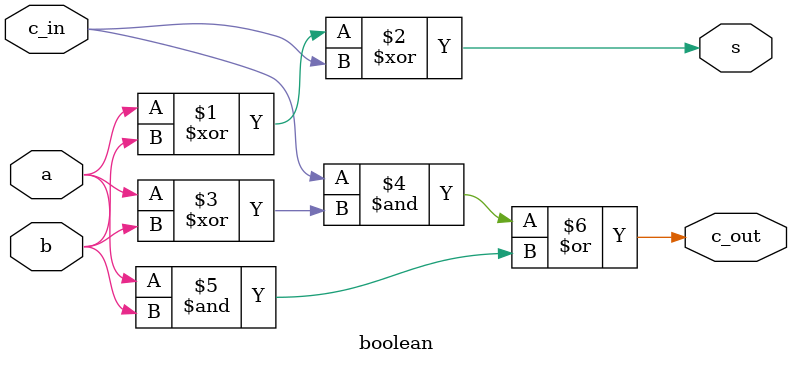
<source format=v>
`timescale 1ns / 1ps

module boolean(
    input a,
    input b,
    input c_in,
    output c_out,
    output s
    );
assign s = (a^b)^c_in;
assign c_out = (c_in & (a^b)) | (a&b);
endmodule

</source>
